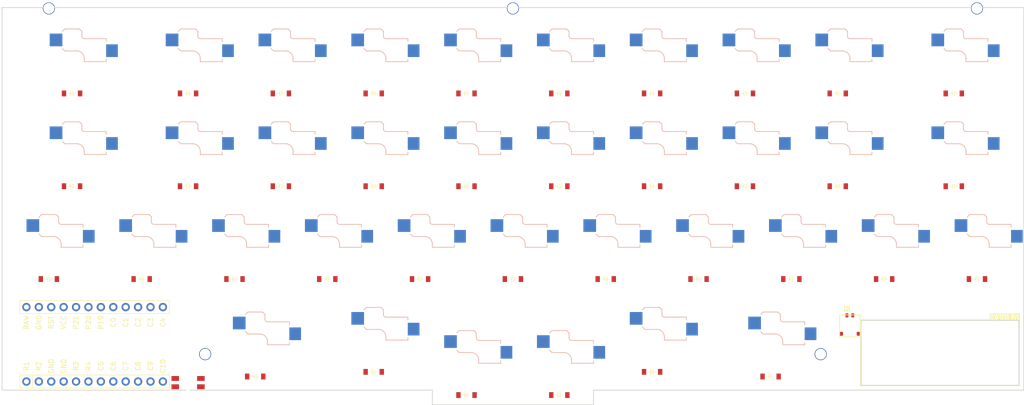
<source format=kicad_pcb>
(kicad_pcb (version 20240108) (generator "pcbnew") (generator_version "8.0")
  (title_block (title "emissary") (rev "v1.0.0") (company "Unknown"))
  (layers (0 "F.Cu" signal) (31 "B.Cu" signal) (34 "B.Paste" user) (35 "F.Paste" user) (36 "B.SilkS" user "B.Silkscreen") (37 "F.SilkS" user "F.Silkscreen") (38 "B.Mask" user) (39 "F.Mask" user) (44 "Edge.Cuts" user))
  (net 0 "")
  (net 1 "RAW")
  (net 2 "GND")
  (net 3 "RST")
  (net 4 "VCC")
  (net 5 "P21")
  (net 6 "P20")
  (net 7 "P19")
  (net 8 "C0")
  (net 9 "C1")
  (net 10 "C2")
  (net 11 "C3")
  (net 12 "C4")
  (net 13 "R1")
  (net 14 "R2")
  (net 15 "R3")
  (net 16 "R4")
  (net 17 "C5")
  (net 18 "C6")
  (net 19 "C7")
  (net 20 "C8")
  (net 21 "C9")
  (net 22 "C10")
  (net 23 "q_top")
  (net 24 "w_top")
  (net 25 "e_top")
  (net 26 "r_top")
  (net 27 "t_top")
  (net 28 "y_top")
  (net 29 "u_top")
  (net 30 "i_top")
  (net 31 "o_top")
  (net 32 "p_top")
  (net 33 "a_home")
  (net 34 "s_home")
  (net 35 "d_home")
  (net 36 "f_home")
  (net 37 "g_home")
  (net 38 "h_home")
  (net 39 "j_home")
  (net 40 "k_home")
  (net 41 "l_home")
  (net 42 "semi_home")
  (net 43 "extra_bottom")
  (net 44 "z_bottom")
  (net 45 "x_bottom")
  (net 46 "c_bottom")
  (net 47 "v_bottom")
  (net 48 "b_bottom")
  (net 49 "n_bottom")
  (net 50 "m_bottom")
  (net 51 "comma_bottom")
  (net 52 "dot_bottom")
  (net 53 "slash_bottom")
  (net 54 "flex_thumb")
  (net 55 "base_thumb")
  (net 56 "ext_thumb")
  (net 57 "ext2_thumb")
  (net 58 "base2_thumb")
  (net 59 "flex2_thumb")
  (footprint "sw_reset_side" (layer "F.Cu") (at 23.75 64.2 180)
    (property "Reference" "SW1" (hide yes))
    (property "Value" "reset_button")
    (pad "" np_thru_hole circle (at 0 -1.375) (size 0.75 0.75) (drill 0.75) (layers "*.Cu" "*.Mask"))
    (pad "" np_thru_hole circle (at 0 1.375) (size 0.75 0.75) (drill 0.75) (layers "*.Cu" "*.Mask"))
    (pad "1" smd rect (at 2.625 -0.85) (size 1.55 1) (layers "F.Cu" "F.Paste" "F.Mask") (net 2 "GND"))
    (pad "2" smd rect (at 2.625 0.85) (size 1.55 1) (layers "F.Cu" "F.Paste" "F.Mask") (net 3 "RST"))
    (pad "3" smd rect (at -2.625 -0.85) (size 1.55 1) (layers "F.Cu" "F.Paste" "F.Mask") (net 2 "GND"))
    (pad "4" smd rect (at -2.625 0.85) (size 1.55 1) (layers "F.Cu" "F.Paste" "F.Mask") (net 3 "RST"))
  )
  (footprint "ComboDiode" (layer "F.Cu") (at 118.75 62)
    (property "Reference" "D36" (hide yes))
    (property "Value" "")
    (pad "1" smd rect (at -1.65 0) (size 0.9 1.2) (layers "F.Cu" "F.Paste" "F.Mask") (net 16 "R4"))
    (pad "2" smd rect (at 1.65 0) (size 0.9 1.2) (layers "F.Cu" "F.Paste" "F.Mask") (net 58 "base2_thumb"))
  )
  (footprint "ComboDiode" (layer "F.Cu") (at 143 62.95)
    (property "Reference" "D37" (hide yes))
    (property "Value" "")
    (pad "1" smd rect (at -1.65 0) (size 0.9 1.2) (layers "F.Cu" "F.Paste" "F.Mask") (net 16 "R4"))
    (pad "2" smd rect (at 1.65 0) (size 0.9 1.2) (layers "F.Cu" "F.Paste" "F.Mask") (net 59 "flex2_thumb"))
  )
  (footprint "ComboDiode" (layer "F.Cu") (at 14.25 43)
    (property "Reference" "D22" (hide yes))
    (property "Value" "")
    (pad "1" smd rect (at -1.65 0) (size 0.9 1.2) (layers "F.Cu" "F.Paste" "F.Mask") (net 15 "R3"))
    (pad "2" smd rect (at 1.65 0) (size 0.9 1.2) (layers "F.Cu" "F.Paste" "F.Mask") (net 44 "z_bottom"))
  )
  (footprint "ComboDiode" (layer "F.Cu") (at 99.75 5)
    (property "Reference" "D6" (hide yes))
    (property "Value" "")
    (pad "1" smd rect (at -1.65 0) (size 0.9 1.2) (layers "F.Cu" "F.Paste" "F.Mask") (net 13 "R1"))
    (pad "2" smd rect (at 1.65 0) (size 0.9 1.2) (layers "F.Cu" "F.Paste" "F.Mask") (net 28 "y_top"))
  )
  (footprint "ComboDiode" (layer "F.Cu") (at 61.75 62)
    (property "Reference" "D33" (hide yes))
    (property "Value" "")
    (pad "1" smd rect (at -1.65 0) (size 0.9 1.2) (layers "F.Cu" "F.Paste" "F.Mask") (net 16 "R4"))
    (pad "2" smd rect (at 1.65 0) (size 0.9 1.2) (layers "F.Cu" "F.Paste" "F.Mask") (net 55 "base_thumb"))
  )
  (footprint "ComboDiode" (layer "F.Cu") (at 0 24)
    (property "Reference" "D11" (hide yes))
    (property "Value" "")
    (pad "1" smd rect (at -1.65 0) (size 0.9 1.2) (layers "F.Cu" "F.Paste" "F.Mask") (net 14 "R2"))
    (pad "2" smd rect (at 1.65 0) (size 0.9 1.2) (layers "F.Cu" "F.Paste" "F.Mask") (net 33 "a_home"))
  )
  (footprint "ComboDiode" (layer "F.Cu") (at 42.75 5)
    (property "Reference" "D3" (hide yes))
    (property "Value" "")
    (pad "1" smd rect (at -1.65 0) (size 0.9 1.2) (layers "F.Cu" "F.Paste" "F.Mask") (net 13 "R1"))
    (pad "2" smd rect (at 1.65 0) (size 0.9 1.2) (layers "F.Cu" "F.Paste" "F.Mask") (net 25 "e_top"))
  )
  (footprint "ComboDiode" (layer "F.Cu") (at 128.25 43)
    (property "Reference" "D28" (hide yes))
    (property "Value" "")
    (pad "1" smd rect (at -1.65 0) (size 0.9 1.2) (layers "F.Cu" "F.Paste" "F.Mask") (net 15 "R3"))
    (pad "2" smd rect (at 1.65 0) (size 0.9 1.2) (layers "F.Cu" "F.Paste" "F.Mask") (net 50 "m_bottom"))
  )
  (footprint "ComboDiode" (layer "F.Cu") (at 37.5 62.95)
    (property "Reference" "D32" (hide yes))
    (property "Value" "")
    (pad "1" smd rect (at -1.65 0) (size 0.9 1.2) (layers "F.Cu" "F.Paste" "F.Mask") (net 16 "R4"))
    (pad "2" smd rect (at 1.65 0) (size 0.9 1.2) (layers "F.Cu" "F.Paste" "F.Mask") (net 54 "flex_thumb"))
  )
  (footprint "ComboDiode" (layer "F.Cu") (at 180.5 5)
    (property "Reference" "D10" (hide yes))
    (property "Value" "")
    (pad "1" smd rect (at -1.65 0) (size 0.9 1.2) (layers "F.Cu" "F.Paste" "F.Mask") (net 13 "R1"))
    (pad "2" smd rect (at 1.65 0) (size 0.9 1.2) (layers "F.Cu" "F.Paste" "F.Mask") (net 32 "p_top"))
  )
  (footprint "ceoloide:mcu_nice_nano" (layer "F.Cu") (at 3.36 56.36 90)
    (property "Reference" "MCU1" (hide yes))
    (property "Value" "")
    (fp_text user "RAW" (at 4.47 -12.7 90) (layer "F.SilkS"))
    (fp_text user "P19" (at 4.47 2.54 90) (layer "F.SilkS"))
    (fp_text user "C9" (at -4.47 12.7 90) (layer "F.SilkS"))
    (fp_text user "RST" (at 4.47 -7.62 90) (layer "F.SilkS"))
    (fp_text user "C8" (at -4.47 10.16 90) (layer "F.SilkS"))
    (fp_text user "C4" (at 4.47 15.24 90) (layer "F.SilkS"))
    (fp_text user "C10" (at -4.47 15.24 90) (layer "F.SilkS"))
    (fp_text user "C5" (at -4.47 2.54 90) (layer "F.SilkS"))
    (fp_text user "R4" (at -4.47 0 90) (layer "F.SilkS"))
    (fp_text user "GND" (at -4.47 -7.62 90) (layer "F.SilkS"))
    (fp_text user "VCC" (at 4.47 -5.08 90) (layer "F.SilkS"))
    (fp_text user "R1" (at -4.47 -12.7 90) (layer "F.SilkS"))
    (fp_text user "C1" (at 4.47 7.62 90) (layer "F.SilkS"))
    (fp_text user "GND" (at -4.47 -5.08 90) (layer "F.SilkS"))
    (fp_text user "R3" (at -4.47 -2.54 90) (layer "F.SilkS"))
    (fp_text user "C6" (at -4.47 5.08 90) (layer "F.SilkS"))
    (fp_text user "C3" (at 4.47 12.7 90) (layer "F.SilkS"))
    (fp_text user "C2" (at 4.47 10.16 90) (layer "F.SilkS"))
    (fp_text user "GND" (at 4.47 -10.16 90) (layer "F.SilkS"))
    (fp_text user "C7" (at -4.47 7.62 90) (layer "F.SilkS"))
    (fp_text user "P20" (at 4.47 0 90) (layer "F.SilkS"))
    (fp_text user "C0" (at 4.47 5.08 90) (layer "F.SilkS"))
    (fp_text user "P21" (at 4.47 -2.54 90) (layer "F.SilkS"))
    (fp_text user "R2" (at -4.47 -10.16 90) (layer "F.SilkS"))
    (pad "1" thru_hole circle (at 7.62 -12.7 90) (size 1.7 1.7) (drill 1) (layers "*.Cu" "*.Mask") (net 1 "RAW"))
    (pad "2" thru_hole circle (at 7.62 -10.16 90) (size 1.7 1.7) (drill 1) (layers "*.Cu" "*.Mask") (net 2 "GND"))
    (pad "3" thru_hole circle (at 7.62 -7.62 90) (size 1.7 1.7) (drill 1) (layers "*.Cu" "*.Mask") (net 3 "RST"))
    (pad "4" thru_hole circle (at 7.62 -5.08 90) (size 1.7 1.7) (drill 1) (layers "*.Cu" "*.Mask") (net 4 "VCC"))
    (pad "5" thru_hole circle (at 7.62 -2.54 90) (size 1.7 1.7) (drill 1) (layers "*.Cu" "*.Mask") (net 5 "P21"))
    (pad "6" thru_hole circle (at 7.62 0 90) (size 1.7 1.7) (drill 1) (layers "*.Cu" "*.Mask") (net 6 "P20"))
    (pad "7" thru_hole circle (at 7.62 2.54 90) (size 1.7 1.7) (drill 1) (layers "*.Cu" "*.Mask") (net 7 "P19"))
    (pad "8" thru_hole circle (at 7.62 5.08 90) (size 1.7 1.7) (drill 1) (layers "*.Cu" "*.Mask") (net 8 "C0"))
    (pad "9" thru_hole circle (at 7.62 7.62 90) (size 1.7 1.7) (drill 1) (layers "*.Cu" "*.Mask") (net 9 "C1"))
    (pad "10" thru_hole circle (at 7.62 10.16 90) (size 1.7 1.7) (drill 1) (layers "*.Cu" "*.Mask") (net 10 "C2"))
    (pad "11" thru_hole circle (at 7.62 12.7 90) (size 1.7 1.7) (drill 1) (layers "*.Cu" "*.Mask") (net 11 "C3"))
    (pad "12" thru_hole circle (at 7.62 15.24 90) (size 1.7 1.7) (drill 1) (layers "*.Cu" "*.Mask") (net 12 "C4"))
    (pad "13" thru_hole circle (at -7.62 15.24 90) (size 1.7 1.7) (drill 1) (layers "*.Cu" "*.Mask") (net 22 "C10"))
    (pad "14" thru_hole circle (at -7.62 12.7 90) (size 1.7 1.7) (drill 1) (layers "*.Cu" "*.Mask") (net 21 "C9"))
    (pad "15" thru_hole circle (at -7.62 10.16 90) (size 1.7 1.7) (drill 1) (layers "*.Cu" "*.Mask") (net 20 "C8"))
    (pad "16" thru_hole circle (at -7.62 7.62 90) (size 1.7 1.7) (drill 1) (layers "*.Cu" "*.Mask") (net 19 "C7"))
    (pad "17" thru_hole circle (at -7.62 5.08 90) (size 1.7 1.7) (drill 1) (layers "*.Cu" "*.Mask") (net 18 "C6"))
    (pad "18" thru_hole circle (at -7.62 2.54 90) (size 1.7 1.7) (drill 1) (layers "*.Cu" "*.Mask") (net 17 "C5"))
    (pad "19" thru_hole circle (at -7.62 0 90) (size 1.7 1.7) (drill 1) (layers "*.Cu" "*.Mask") (net 16 "R4"))
    (pad "20" thru_hole circle (at -7.62 -2.54 90) (size 1.7 1.7) (drill 1) (layers "*.Cu" "*.Mask") (net 15 "R3"))
    (pad "21" thru_hole circle (at -7.62 -5.08 90) (size 1.7 1.7) (drill 1) (layers "*.Cu" "*.Mask") (net 2 "GND"))
    (pad "22" thru_hole circle (at -7.62 -7.62 90) (size 1.7 1.7) (drill 1) (layers "*.Cu" "*.Mask") (net 2 "GND"))
    (pad "23" thru_hole circle (at -7.62 -10.16 90) (size 1.7 1.7) (drill 1) (layers "*.Cu" "*.Mask") (net 14 "R2"))
    (pad "24" thru_hole circle (at -7.62 -12.7 90) (size 1.7 1.7) (drill 1) (layers "*.Cu" "*.Mask") (net 13 "R1"))
  )
  (footprint "ComboDiode" (layer "F.Cu") (at 185.25 43)
    (property "Reference" "D31" (hide yes))
    (property "Value" "")
    (pad "1" smd rect (at -1.65 0) (size 0.9 1.2) (layers "F.Cu" "F.Paste" "F.Mask") (net 15 "R3"))
    (pad "2" smd rect (at 1.65 0) (size 0.9 1.2) (layers "F.Cu" "F.Paste" "F.Mask") (net 53 "slash_bottom"))
  )
  (footprint "ComboDiode" (layer "F.Cu") (at 80.75 5)
    (property "Reference" "D5" (hide yes))
    (property "Value" "")
    (pad "1" smd rect (at -1.65 0) (size 0.9 1.2) (layers "F.Cu" "F.Paste" "F.Mask") (net 13 "R1"))
    (pad "2" smd rect (at 1.65 0) (size 0.9 1.2) (layers "F.Cu" "F.Paste" "F.Mask") (net 27 "t_top"))
  )
  (footprint "mounting_hole" (layer "F.Cu") (at 185.25 -12.4)
    (property "Reference" "H3" (hide yes))
    (property "Value" "")
    (pad "" thru_hole circle (at 0 0 180) (size 2.46 2.46) (drill 2.2) (layers "*.Cu" "*.Mask"))
  )
  (footprint "ComboDiode" (layer "F.Cu") (at 0 5)
    (property "Reference" "D1" (hide yes))
    (property "Value" "")
    (pad "1" smd rect (at -1.65 0) (size 0.9 1.2) (layers "F.Cu" "F.Paste" "F.Mask") (net 13 "R1"))
    (pad "2" smd rect (at 1.65 0) (size 0.9 1.2) (layers "F.Cu" "F.Paste" "F.Mask") (net 23 "q_top"))
  )
  (footprint "mounting_hole" (layer "F.Cu") (at 153.25 58.375)
    (property "Reference" "H5" (hide yes))
    (property "Value" "")
    (pad "" thru_hole circle (at 0 0 180) (size 2.46 2.46) (drill 2.2) (layers "*.Cu" "*.Mask"))
  )
  (footprint "ComboDiode" (layer "F.Cu") (at -4.75 43)
    (property "Reference" "D21" (hide yes))
    (property "Value" "")
    (pad "1" smd rect (at -1.65 0) (size 0.9 1.2) (layers "F.Cu" "F.Paste" "F.Mask") (net 15 "R3"))
    (pad "2" smd rect (at 1.65 0) (size 0.9 1.2) (layers "F.Cu" "F.Paste" "F.Mask") (net 43 "extra_bottom"))
  )
  (footprint "mounting_hole" (layer "F.Cu") (at 90.25 -12.4)
    (property "Reference" "H2" (hide yes))
    (property "Value" "")
    (pad "" thru_hole circle (at 0 0 180) (size 2.46 2.46) (drill 2.2) (layers "*.Cu" "*.Mask"))
  )
  (footprint "ComboDiode" (layer "F.Cu") (at 23.75 24)
    (property "Reference" "D12" (hide yes))
    (property "Value" "")
    (pad "1" smd rect (at -1.65 0) (size 0.9 1.2) (layers "F.Cu" "F.Paste" "F.Mask") (net 14 "R2"))
    (pad "2" smd rect (at 1.65 0) (size 0.9 1.2) (layers "F.Cu" "F.Paste" "F.Mask") (net 34 "s_home"))
  )
  (footprint "ComboDiode" (layer "F.Cu") (at 166.25 43)
    (property "Reference" "D30" (hide yes))
    (property "Value" "")
    (pad "1" smd rect (at -1.65 0) (size 0.9 1.2) (layers "F.Cu" "F.Paste" "F.Mask") (net 15 "R3"))
    (pad "2" smd rect (at 1.65 0) (size 0.9 1.2) (layers "F.Cu" "F.Paste" "F.Mask") (net 52 "dot_bottom"))
  )
  (footprint "ComboDiode" (layer "F.Cu") (at 137.75 24)
    (property "Reference" "D18" (hide yes))
    (property "Value" "")
    (pad "1" smd rect (at -1.65 0) (size 0.9 1.2) (layers "F.Cu" "F.Paste" "F.Mask") (net 14 "R2"))
    (pad "2" smd rect (at 1.65 0) (size 0.9 1.2) (layers "F.Cu" "F.Paste" "F.Mask") (net 40 "k_home"))
  )
  (footprint "ComboDiode" (layer "F.Cu") (at 180.5 24)
    (property "Reference" "D20" (hide yes))
    (property "Value" "")
    (pad "1" smd rect (at -1.65 0) (size 0.9 1.2) (layers "F.Cu" "F.Paste" "F.Mask") (net 14 "R2"))
    (pad "2" smd rect (at 1.65 0) (size 0.9 1.2) (layers "F.Cu" "F.Paste" "F.Mask") (net 42 "semi_home"))
  )
  (footprint "ComboDiode" (layer "F.Cu") (at 90.25 43)
    (property "Reference" "D26" (hide yes))
    (property "Value" "")
    (pad "1" smd rect (at -1.65 0) (size 0.9 1.2) (layers "F.Cu" "F.Paste" "F.Mask") (net 15 "R3"))
    (pad "2" smd rect (at 1.65 0) (size 0.9 1.2) (layers "F.Cu" "F.Paste" "F.Mask") (net 48 "b_bottom"))
  )
  (footprint "ComboDiode" (layer "F.Cu") (at 80.75 24)
    (property "Reference" "D15" (hide yes))
    (property "Value" "")
    (pad "1" smd rect (at -1.65 0) (size 0.9 1.2) (layers "F.Cu" "F.Paste" "F.Mask") (net 14 "R2"))
    (pad "2" smd rect (at 1.65 0) (size 0.9 1.2) (layers "F.Cu" "F.Paste" "F.Mask") (net 37 "g_home"))
  )
  (footprint "ComboDiode" (layer "F.Cu") (at 80.75 66.75)
    (property "Reference" "D34" (hide yes))
    (property "Value" "")
    (pad "1" smd rect (at -1.65 0) (size 0.9 1.2) (layers "F.Cu" "F.Paste" "F.Mask") (net 16 "R4"))
    (pad "2" smd rect (at 1.65 0) (size 0.9 1.2) (layers "F.Cu" "F.Paste" "F.Mask") (net 56 "ext_thumb"))
  )
  (footprint "ComboDiode" (layer "F.Cu") (at 118.75 5)
    (property "Reference" "D7" (hide yes))
    (property "Value" "")
    (pad "1" smd rect (at -1.65 0) (size 0.9 1.2) (layers "F.Cu" "F.Paste" "F.Mask") (net 13 "R1"))
    (pad "2" smd rect (at 1.65 0) (size 0.9 1.2) (layers "F.Cu" "F.Paste" "F.Mask") (net 29 "u_top"))
  )
  (footprint "ComboDiode" (layer "F.Cu") (at 61.75 5)
    (property "Reference" "D4" (hide yes))
    (property "Value" "")
    (pad "1" smd rect (at -1.65 0) (size 0.9 1.2) (layers "F.Cu" "F.Paste" "F.Mask") (net 13 "R1"))
    (pad "2" smd rect (at 1.65 0) (size 0.9 1.2) (layers "F.Cu" "F.Paste" "F.Mask") (net 26 "r_top"))
  )
  (footprint "ComboDiode" (layer "F.Cu") (at 33.25 43)
    (property "Reference" "D23" (hide yes))
    (property "Value" "")
    (pad "1" smd rect (at -1.65 0) (size 0.9 1.2) (layers "F.Cu" "F.Paste" "F.Mask") (net 15 "R3"))
    (pad "2" smd rect (at 1.65 0) (size 0.9 1.2) (layers "F.Cu" "F.Paste" "F.Mask") (net 45 "x_bottom"))
  )
  (footprint "conn_molex_pico_front" (layer "F.Cu") (at 159.225 52.31)
    (property "Reference" "CONN1" (hide yes))
    (property "Value" "")
    (fp_text user "+" (at -1.32 -2.75 0) (layer "F.SilkS" knockout) (effects (justify left bottom)))
    (pad "1" smd roundrect (at -0.6 -1.875) (size 0.6 0.85) (layers "F.Cu" "F.Paste" "F.Mask") (net 1 "RAW"))
    (pad "2" smd roundrect (at 0.6 -1.875) (size 0.6 0.85) (layers "F.Cu" "F.Paste" "F.Mask") (net 2 "GND"))
    (pad "MP" smd roundrect (at -1.75 1.9) (size 0.7 0.8) (layers "F.Cu" "F.Paste" "F.Mask"))
    (pad "MP" smd roundrect (at 1.75 1.9) (size 0.7 0.8) (layers "F.Cu" "F.Paste" "F.Mask"))
  )
  (footprint "ComboDiode" (layer "F.Cu") (at 23.75 5)
    (property "Reference" "D2" (hide yes))
    (property "Value" "")
    (pad "1" smd rect (at -1.65 0) (size 0.9 1.2) (layers "F.Cu" "F.Paste" "F.Mask") (net 13 "R1"))
    (pad "2" smd rect (at 1.65 0) (size 0.9 1.2) (layers "F.Cu" "F.Paste" "F.Mask") (net 24 "w_top"))
  )
  (footprint "ComboDiode" (layer "F.Cu") (at 118.75 24)
    (property "Reference" "D17" (hide yes))
    (property "Value" "")
    (pad "1" smd rect (at -1.65 0) (size 0.9 1.2) (layers "F.Cu" "F.Paste" "F.Mask") (net 14 "R2"))
    (pad "2" smd rect (at 1.65 0) (size 0.9 1.2) (layers "F.Cu" "F.Paste" "F.Mask") (net 39 "j_home"))
  )
  (footprint "ComboDiode" (layer "F.Cu") (at 42.75 24)
    (property "Reference" "D13" (hide yes))
    (property "Value" "")
    (pad "1" smd rect (at -1.65 0) (size 0.9 1.2) (layers "F.Cu" "F.Paste" "F.Mask") (net 14 "R2"))
    (pad "2" smd rect (at 1.65 0) (size 0.9 1.2) (layers "F.Cu" "F.Paste" "F.Mask") (net 35 "d_home"))
  )
  (footprint "ComboDiode" (layer "F.Cu") (at 137.75 5)
    (property "Reference" "D8" (hide yes))
    (property "Value" "")
    (pad "1" smd rect (at -1.65 0) (size 0.9 1.2) (layers "F.Cu" "F.Paste" "F.Mask") (net 13 "R1"))
    (pad "2" smd rect (at 1.65 0) (size 0.9 1.2) (layers "F.Cu" "F.Paste" "F.Mask") (net 30 "i_top"))
  )
  (footprint "mounting_hole" (layer "F.Cu") (at 27.25 58.375)
    (property "Reference" "H4" (hide yes))
    (property "Value" "")
    (pad "" thru_hole circle (at 0 0 180) (size 2.46 2.46) (drill 2.2) (layers "*.Cu" "*.Mask"))
  )
  (footprint "ComboDiode" (layer "F.Cu") (at 61.75 24)
    (property "Reference" "D14" (hide yes))
    (property "Value" "")
    (pad "1" smd rect (at -1.65 0) (size 0.9 1.2) (layers "F.Cu" "F.Paste" "F.Mask") (net 14 "R2"))
    (pad "2" smd rect (at 1.65 0) (size 0.9 1.2) (layers "F.Cu" "F.Paste" "F.Mask") (net 36 "f_home"))
  )
  (footprint "ComboDiode" (layer "F.Cu") (at 99.75 66.75)
    (property "Reference" "D35" (hide yes))
    (property "Value" "")
    (pad "1" smd rect (at -1.65 0) (size 0.9 1.2) (layers "F.Cu" "F.Paste" "F.Mask") (net 16 "R4"))
    (pad "2" smd rect (at 1.65 0) (size 0.9 1.2) (layers "F.Cu" "F.Paste" "F.Mask") (net 57 "ext2_thumb"))
  )
  (footprint "ComboDiode" (layer "F.Cu") (at 156.75 5)
    (property "Reference" "D9" (hide yes))
    (property "Value" "")
    (pad "1" smd rect (at -1.65 0) (size 0.9 1.2) (layers "F.Cu" "F.Paste" "F.Mask") (net 13 "R1"))
    (pad "2" smd rect (at 1.65 0) (size 0.9 1.2) (layers "F.Cu" "F.Paste" "F.Mask") (net 31 "o_top"))
  )
  (footprint "ComboDiode" (layer "F.Cu") (at 52.25 43)
    (property "Reference" "D24" (hide yes))
    (property "Value" "")
    (pad "1" smd rect (at -1.65 0) (size 0.9 1.2) (layers "F.Cu" "F.Paste" "F.Mask") (net 15 "R3"))
    (pad "2" smd rect (at 1.65 0) (size 0.9 1.2) (layers "F.Cu" "F.Paste" "F.Mask") (net 46 "c_bottom"))
  )
  (footprint "ComboDiode" (layer "F.Cu") (at 147.25 43)
    (property "Reference" "D29" (hide yes))
    (property "Value" "")
    (pad "1" smd rect (at -1.65 0) (size 0.9 1.2) (layers "F.Cu" "F.Paste" "F.Mask") (net 15 "R3"))
    (pad "2" smd rect (at 1.65 0) (size 0.9 1.2) (layers "F.Cu" "F.Paste" "F.Mask") (net 51 "comma_bottom"))
  )
  (footprint "ComboDiode" (layer "F.Cu") (at 71.25 43)
    (property "Reference" "D25" (hide yes))
    (property "Value" "")
    (pad "1" smd rect (at -1.65 0) (size 0.9 1.2) (layers "F.Cu" "F.Paste" "F.Mask") (net 15 "R3"))
    (pad "2" smd rect (at 1.65 0) (size 0.9 1.2) (layers "F.Cu" "F.Paste" "F.Mask") (net 47 "v_bottom"))
  )
  (footprint "ComboDiode" (layer "F.Cu") (at 99.75 24)
    (property "Reference" "D16" (hide yes))
    (property "Value" "")
    (pad "1" smd rect (at -1.65 0) (size 0.9 1.2) (layers "F.Cu" "F.Paste" "F.Mask") (net 14 "R2"))
    (pad "2" smd rect (at 1.65 0) (size 0.9 1.2) (layers "F.Cu" "F.Paste" "F.Mask") (net 38 "h_home"))
  )
  (footprint "mounting_hole" (layer "F.Cu") (at -4.75 -12.4)
    (property "Reference" "H1" (hide yes))
    (property "Value" "")
    (pad "" thru_hole circle (at 0 0 180) (size 2.46 2.46) (drill 2.2) (layers "*.Cu" "*.Mask"))
  )
  (footprint "ComboDiode" (layer "F.Cu") (at 156.75 24)
    (property "Reference" "D19" (hide yes))
    (property "Value" "")
    (pad "1" smd rect (at -1.65 0) (size 0.9 1.2) (layers "F.Cu" "F.Paste" "F.Mask") (net 14 "R2"))
    (pad "2" smd rect (at 1.65 0) (size 0.9 1.2) (layers "F.Cu" "F.Paste" "F.Mask") (net 41 "l_home"))
  )
  (footprint "ComboDiode" (layer "F.Cu") (at 109.25 43)
    (property "Reference" "D27" (hide yes))
    (property "Value" "")
    (pad "1" smd rect (at -1.65 0) (size 0.9 1.2) (layers "F.Cu" "F.Paste" "F.Mask") (net 15 "R3"))
    (pad "2" smd rect (at 1.65 0) (size 0.9 1.2) (layers "F.Cu" "F.Paste" "F.Mask") (net 49 "n_bottom"))
  )
  (footprint "ceoloide:switch_choc_v1_v2" (layer "B.Cu") (at 143 57.95)
    (property "Reference" "S37" (hide yes))
    (property "Value" "")
    (pad "" np_thru_hole circle (at -5.5 0) (size 1.9 1.9) (drill 1.9) (layers "*.Cu"))
    (pad "" np_thru_hole circle (at 0 -5.95) (size 3 3) (drill 3) (layers "*.Cu" "*.Mask"))
    (pad "" np_thru_hole circle (at 0 0) (size 5 5) (drill 5) (layers "*.Cu"))
    (pad "" np_thru_hole circle (at 5 -3.75 195) (size 3 3) (drill 3) (layers "*.Cu" "*.Mask"))
    (pad "" np_thru_hole circle (at 5.5 0) (size 1.9 1.9) (drill 1.9) (layers "*.Cu"))
    (pad "1" smd rect (at -3.275 -5.95) (size 2.6 2.6) (layers "B.Cu" "B.Paste" "B.Mask") (net 20 "C8"))
    (pad "2" smd rect (at 8.175 -3.75) (size 2.4 2.6) (layers "B.Cu" "B.Paste" "B.Mask") (net 59 "flex2_thumb"))
  )
  (footprint "ceoloide:switch_choc_v1_v2" (layer "B.Cu") (at 185.25 38)
    (property "Reference" "S31" (hide yes))
    (property "Value" "")
    (pad "" np_thru_hole circle (at -5.5 0) (size 1.9 1.9) (drill 1.9) (layers "*.Cu"))
    (pad "" np_thru_hole circle (at 0 -5.95) (size 3 3) (drill 3) (layers "*.Cu" "*.Mask"))
    (pad "" np_thru_hole circle (at 0 0) (size 5 5) (drill 5) (layers "*.Cu"))
    (pad "" np_thru_hole circle (at 5 -3.75 195) (size 3 3) (drill 3) (layers "*.Cu" "*.Mask"))
    (pad "" np_thru_hole circle (at 5.5 0) (size 1.9 1.9) (drill 1.9) (layers "*.Cu"))
    (pad "1" smd rect (at -3.275 -5.95) (size 2.6 2.6) (layers "B.Cu" "B.Paste" "B.Mask") (net 22 "C10"))
    (pad "2" smd rect (at 8.175 -3.75) (size 2.4 2.6) (layers "B.Cu" "B.Paste" "B.Mask") (net 53 "slash_bottom"))
  )
  (footprint "ceoloide:switch_choc_v1_v2" (layer "B.Cu") (at 0 0)
    (property "Reference" "S1" (hide yes))
    (property "Value" "")
    (pad "" np_thru_hole circle (at -5.5 0) (size 1.9 1.9) (drill 1.9) (layers "*.Cu"))
    (pad "" np_thru_hole circle (at 0 -5.95) (size 3 3) (drill 3) (layers "*.Cu" "*.Mask"))
    (pad "" np_thru_hole circle (at 0 0) (size 5 5) (drill 5) (layers "*.Cu"))
    (pad "" np_thru_hole circle (at 5 -3.75 195) (size 3 3) (drill 3) (layers "*.Cu" "*.Mask"))
    (pad "" np_thru_hole circle (at 5.5 0) (size 1.9 1.9) (drill 1.9) (layers "*.Cu"))
    (pad "1" smd rect (at -3.275 -5.95) (size 2.6 2.6) (layers "B.Cu" "B.Paste" "B.Mask") (net 9 "C1"))
    (pad "2" smd rect (at 8.175 -3.75) (size 2.4 2.6) (layers "B.Cu" "B.Paste" "B.Mask") (net 23 "q_top"))
  )
  (footprint "ceoloide:switch_choc_v1_v2" (layer "B.Cu") (at 71.25 38)
    (property "Reference" "S25" (hide yes))
    (property "Value" "")
    (pad "" np_thru_hole circle (at -5.5 0) (size 1.9 1.9) (drill 1.9) (layers "*.Cu"))
    (pad "" np_thru_hole circle (at 0 -5.95) (size 3 3) (drill 3) (layers "*.Cu" "*.Mask"))
    (pad "" np_thru_hole circle (at 0 0) (size 5 5) (drill 5) (layers "*.Cu"))
    (pad "" np_thru_hole circle (at 5 -3.75 195) (size 3 3) (drill 3) (layers "*.Cu" "*.Mask"))
    (pad "" np_thru_hole circle (at 5.5 0) (size 1.9 1.9) (drill 1.9) (layers "*.Cu"))
    (pad "1" smd rect (at -3.275 -5.95) (size 2.6 2.6) (layers "B.Cu" "B.Paste" "B.Mask") (net 12 "C4"))
    (pad "2" smd rect (at 8.175 -3.75) (size 2.4 2.6) (layers "B.Cu" "B.Paste" "B.Mask") (net 47 "v_bottom"))
  )
  (footprint "ceoloide:switch_choc_v1_v2" (layer "B.Cu") (at 80.75 61.75)
    (property "Reference" "S34" (hide yes))
    (property "Value" "")
    (pad "" np_thru_hole circle (at -5.5 0) (size 1.9 1.9) (drill 1.9) (layers "*.Cu"))
    (pad "" np_thru_hole circle (at 0 -5.95) (size 3 3) (drill 3) (layers "*.Cu" "*.Mask"))
    (pad "" np_thru_hole circle (at 0 0) (size 5 5) (drill 5) (layers "*.Cu"))
    (pad "" np_thru_hole circle (at 5 -3.75 195) (size 3 3) (drill 3) (layers "*.Cu" "*.Mask"))
    (pad "" np_thru_hole circle (at 5.5 0) (size 1.9 1.9) (drill 1.9) (layers "*.Cu"))
    (pad "1" smd rect (at -3.275 -5.95) (size 2.6 2.6) (layers "B.Cu" "B.Paste" "B.Mask") (net 17 "C5"))
    (pad "2" smd rect (at 8.175 -3.75) (size 2.4 2.6) (layers "B.Cu" "B.Paste" "B.Mask") (net 56 "ext_thumb"))
  )
  (footprint "ceoloide:switch_choc_v1_v2" (layer "B.Cu") (at 118.75 19)
    (property "Reference" "S17" (hide yes))
    (property "Value" "")
    (pad "" np_thru_hole circle (at -5.5 0) (size 1.9 1.9) (drill 1.9) (layers "*.Cu"))
    (pad "" np_thru_hole circle (at 0 -5.95) (size 3 3) (drill 3) (layers "*.Cu" "*.Mask"))
    (pad "" np_thru_hole circle (at 0 0) (size 5 5) (drill 5) (layers "*.Cu"))
    (pad "" np_thru_hole circle (at 5 -3.75 195) (size 3 3) (drill 3) (layers "*.Cu" "*.Mask"))
    (pad "" np_thru_hole circle (at 5.5 0) (size 1.9 1.9) (drill 1.9) (layers "*.Cu"))
    (pad "1" smd rect (at -3.275 -5.95) (size 2.6 2.6) (layers "B.Cu" "B.Paste" "B.Mask") (net 19 "C7"))
    (pad "2" smd rect (at 8.175 -3.75) (size 2.4 2.6) (layers "B.Cu" "B.Paste" "B.Mask") (net 39 "j_home"))
  )
  (footprint "ceoloide:switch_choc_v1_v2" (layer "B.Cu") (at 61.75 19)
    (property "Reference" "S14" (hide yes))
    (property "Value" "")
    (pad "" np_thru_hole circle (at -5.5 0) (size 1.9 1.9) (drill 1.9) (layers "*.Cu"))
    (pad "" np_thru_hole circle (at 0 -5.95) (size 3 3) (drill 3) (layers "*.Cu" "*.Mask"))
    (pad "" np_thru_hole circle (at 0 0) (size 5 5) (drill 5) (layers "*.Cu"))
    (pad "" np_thru_hole circle (at 5 -3.75 195) (size 3 3) (drill 3) (layers "*.Cu" "*.Mask"))
    (pad "" np_thru_hole circle (at 5.5 0) (size 1.9 1.9) (drill 1.9) (layers "*.Cu"))
    (pad "1" smd rect (at -3.275 -5.95) (size 2.6 2.6) (layers "B.Cu" "B.Paste" "B.Mask") (net 12 "C4"))
    (pad "2" smd rect (at 8.175 -3.75) (size 2.4 2.6) (layers "B.Cu" "B.Paste" "B.Mask") (net 36 "f_home"))
  )
  (footprint "ceoloide:switch_choc_v1_v2" (layer "B.Cu") (at 137.75 0)
    (property "Reference" "S8" (hide yes))
    (property "Value" "")
    (pad "" np_thru_hole circle (at -5.5 0) (size 1.9 1.9) (drill 1.9) (layers "*.Cu"))
    (pad "" np_thru_hole circle (at 0 -5.95) (size 3 3) (drill 3) (layers "*.Cu" "*.Mask"))
    (pad "" np_thru_hole circle (at 0 0) (size 5 5) (drill 5) (layers "*.Cu"))
    (pad "" np_thru_hole circle (at 5 -3.75 195) (size 3 3) (drill 3) (layers "*.Cu" "*.Mask"))
    (pad "" np_thru_hole circle (at 5.5 0) (size 1.9 1.9) (drill 1.9) (layers "*.Cu"))
    (pad "1" smd rect (at -3.275 -5.95) (size 2.6 2.6) (layers "B.Cu" "B.Paste" "B.Mask") (net 20 "C8"))
    (pad "2" smd rect (at 8.175 -3.75) (size 2.4 2.6) (layers "B.Cu" "B.Paste" "B.Mask") (net 30 "i_top"))
  )
  (footprint "ceoloide:switch_choc_v1_v2" (layer "B.Cu") (at 61.75 0)
    (property "Reference" "S4" (hide yes))
    (property "Value" "")
    (pad "" np_thru_hole circle (at -5.5 0) (size 1.9 1.9) (drill 1.9) (layers "*.Cu"))
    (pad "" np_thru_hole circle (at 0 -5.95) (size 3 3) (drill 3) (layers "*.Cu" "*.Mask"))
    (pad "" np_thru_hole circle (at 0 0) (size 5 5) (drill 5) (layers "*.Cu"))
    (pad "" np_thru_hole circle (at 5 -3.75 195) (size 3 3) (drill 3) (layers "*.Cu" "*.Mask"))
    (pad "" np_thru_hole circle (at 5.5 0) (size 1.9 1.9) (drill 1.9) (layers "*.Cu"))
    (pad "1" smd rect (at -3.275 -5.95) (size 2.6 2.6) (layers "B.Cu" "B.Paste" "B.Mask") (net 12 "C4"))
    (pad "2" smd rect (at 8.175 -3.75) (size 2.4 2.6) (layers "B.Cu" "B.Paste" "B.Mask") (net 26 "r_top"))
  )
  (footprint "ceoloide:switch_choc_v1_v2" (layer "B.Cu") (at 42.75 0)
    (property "Reference" "S3" (hide yes))
    (property "Value" "")
    (pad "" np_thru_hole circle (at -5.5 0) (size 1.9 1.9) (drill 1.9) (layers "*.Cu"))
    (pad "" np_thru_hole circle (at 0 -5.95) (size 3 3) (drill 3) (layers "*.Cu" "*.Mask"))
    (pad "" np_thru_hole circle (at 0 0) (size 5 5) (drill 5) (layers "*.Cu"))
    (pad "" np_thru_hole circle (at 5 -3.75 195) (size 3 3) (drill 3) (layers "*.Cu" "*.Mask"))
    (pad "" np_thru_hole circle (at 5.5 0) (size 1.9 1.9) (drill 1.9) (layers "*.Cu"))
    (pad "1" smd rect (at -3.275 -5.95) (size 2.6 2.6) (layers "B.Cu" "B.Paste" "B.Mask") (net 11 "C3"))
    (pad "2" smd rect (at 8.175 -3.75) (size 2.4 2.6) (layers "B.Cu" "B.Paste" "B.Mask") (net 25 "e_top"))
  )
  (footprint "ceoloide:switch_choc_v1_v2" (layer "B.Cu") (at 42.75 19)
    (property "Reference" "S13" (hide yes))
    (property "Value" "")
    (pad "" np_thru_hole circle (at -5.5 0) (size 1.9 1.9) (drill 1.9) (layers "*.Cu"))
    (pad "" np_thru_hole circle (at 0 -5.95) (size 3 3) (drill 3) (layers "*.Cu" "*.Mask"))
    (pad "" np_thru_hole circle (at 0 0) (size 5 5) (drill 5) (layers "*.Cu"))
    (pad "" np_thru_hole circle (at 5 -3.75 195) (size 3 3) (drill 3) (layers "*.Cu" "*.Mask"))
    (pad "" np_thru_hole circle (at 5.5 0) (size 1.9 1.9) (drill 1.9) (layers "*.Cu"))
    (pad "1" smd rect (at -3.275 -5.95) (size 2.6 2.6) (layers "B.Cu" "B.Paste" "B.Mask") (net 11 "C3"))
    (pad "2" smd rect (at 8.175 -3.75) (size 2.4 2.6) (layers "B.Cu" "B.Paste" "B.Mask") (net 35 "d_home"))
  )
  (footprint "ceoloide:switch_choc_v1_v2" (layer "B.Cu") (at 99.75 0)
    (property "Reference" "S6" (hide yes))
    (property "Value" "")
    (pad "" np_thru_hole circle (at -5.5 0) (size 1.9 1.9) (drill 1.9) (layers "*.Cu"))
    (pad "" np_thru_hole circle (at 0 -5.95) (size 3 3) (drill 3) (layers "*.Cu" "*.Mask"))
    (pad "" np_thru_hole circle (at 0 0) (size 5 5) (drill 5) (layers "*.Cu"))
    (pad "" np_thru_hole circle (at 5 -3.75 195) (size 3 3) (drill 3) (layers "*.Cu" "*.Mask"))
    (pad "" np_thru_hole circle (at 5.5 0) (size 1.9 1.9) (drill 1.9) (layers "*.Cu"))
    (pad "1" smd rect (at -3.275 -5.95) (size 2.6 2.6) (layers "B.Cu" "B.Paste" "B.Mask") (net 18 "C6"))
    (pad "2" smd rect (at 8.175 -3.75) (size 2.4 2.6) (layers "B.Cu" "B.Paste" "B.Mask") (net 28 "y_top"))
  )
  (footprint "ceoloide:switch_choc_v1_v2" (layer "B.Cu") (at 90.25 38)
    (property "Reference" "S26" (hide yes))
    (property "Value" "")
    (pad "" np_thru_hole circle (at -5.5 0) (size 1.9 1.9) (drill 1.9) (layers "*.Cu"))
    (pad "" np_thru_hole circle (at 0 -5.95) (size 3 3) (drill 3) (layers "*.Cu" "*.Mask"))
    (pad "" np_thru_hole circle (at 0 0) (size 5 5) (drill 5) (layers "*.Cu"))
    (pad "" np_thru_hole circle (at 5 -3.75 195) (size 3 3) (drill 3) (layers "*.Cu" "*.Mask"))
    (pad "" np_thru_hole circle (at 5.5 0) (size 1.9 1.9) (drill 1.9) (layers "*.Cu"))
    (pad "1" smd rect (at -3.275 -5.95) (size 2.6 2.6) (layers "B.Cu" "B.Paste" "B.Mask") (net 17 "C5"))
    (pad "2" smd rect (at 8.175 -3.75) (size 2.4 2.6) (layers "B.Cu" "B.Paste" "B.Mask") (net 48 "b_bottom"))
  )
  (footprint "ceoloide:switch_choc_v1_v2" (layer "B.Cu") (at 147.25 38)
    (property "Reference" "S29" (hide yes))
    (property "Value" "")
    (pad "" np_thru_hole circle (at -5.5 0) (size 1.9 1.9) (drill 1.9) (layers "*.Cu"))
    (pad "" np_thru_hole circle (at 0 -5.95) (size 3 3) (drill 3) (layers "*.Cu" "*.Mask"))
    (pad "" np_thru_hole circle (at 0 0) (size 5 5) (drill 5) (layers "*.Cu"))
    (pad "" np_thru_hole circle (at 5 -3.75 195) (size 3 3) (drill 3) (layers "*.Cu" "*.Mask"))
    (pad "" np_thru_hole circle (at 5.5 0) (size 1.9 1.9) (drill 1.9) (layers "*.Cu"))
    (pad "1" smd rect (at -3.275 -5.95) (size 2.6 2.6) (layers "B.Cu" "B.Paste" "B.Mask") (net 20 "C8"))
    (pad "2" smd rect (at 8.175 -3.75) (size 2.4 2.6) (layers "B.Cu" "B.Paste" "B.Mask") (net 51 "comma_bottom"))
  )
  (footprint "ceoloide:switch_choc_v1_v2" (layer "B.Cu") (at 33.25 38)
    (property "Reference" "S23" (hide yes))
    (property "Value" "")
    (pad "" np_thru_hole circle (at -5.5 0) (size 1.9 1.9) (drill 1.9) (layers "*.Cu"))
    (pad "" np_thru_hole circle (at 0 -5.95) (size 3 3) (drill 3) (layers "*.Cu" "*.Mask"))
    (pad "" np_thru_hole circle (at 0 0) (size 5 5) (drill 5) (layers "*.Cu"))
    (pad "" np_thru_hole circle (at 5 -3.75 195) (size 3 3) (drill 3) (layers "*.Cu" "*.Mask"))
    (pad "" np_thru_hole circle (at 5.5 0) (size 1.9 1.9) (drill 1.9) (layers "*.Cu"))
    (pad "1" smd rect (at -3.275 -5.95) (size 2.6 2.6) (layers "B.Cu" "B.Paste" "B.Mask") (net 10 "C2"))
    (pad "2" smd rect (at 8.175 -3.75) (size 2.4 2.6) (layers "B.Cu" "B.Paste" "B.Mask") (net 45 "x_bottom"))
  )
  (footprint "ceoloide:switch_choc_v1_v2" (layer "B.Cu") (at 156.75 19)
    (property "Reference" "S19" (hide yes))
    (property "Value" "")
    (pad "" np_thru_hole circle (at -5.5 0) (size 1.9 1.9) (drill 1.9) (layers "*.Cu"))
    (pad "" np_thru_hole circle (at 0 -5.95) (size 3 3) (drill 3) (layers "*.Cu" "*.Mask"))
    (pad "" np_thru_hole circle (at 0 0) (size 5 5) (drill 5) (layers "*.Cu"))
    (pad "" np_thru_hole circle (at 5 -3.75 195) (size 3 3) (drill 3) (layers "*.Cu" "*.Mask"))
    (pad "" np_thru_hole circle (at 5.5 0) (size 1.9 1.9) (drill 1.9) (layers "*.Cu"))
    (pad "1" smd rect (at -3.275 -5.95) (size 2.6 2.6) (layers "B.Cu" "B.Paste" "B.Mask") (net 21 "C9"))
    (pad "2" smd rect (at 8.175 -3.75) (size 2.4 2.6) (layers "B.Cu" "B.Paste" "B.Mask") (net 41 "l_home"))
  )
  (footprint "ceoloide:switch_choc_v1_v2" (layer "B.Cu") (at 23.75 19)
    (property "Reference" "S12" (hide yes))
    (property "Value" "")
    (pad "" np_thru_hole circle (at -5.5 0) (size 1.9 1.9) (drill 1.9) (layers "*.Cu"))
    (pad "" np_thru_hole circle (at 0 -5.95) (size 3 3) (drill 3) (layers "*.Cu" "*.Mask"))
    (pad "" np_thru_hole circle (at 0 0) (size 5 5) (drill 5) (layers "*.Cu"))
    (pad "" np_thru_hole circle (at 5 -3.75 195) (size 3 3) (drill 3) (layers "*.Cu" "*.Mask"))
    (pad "" np_thru_hole circle (at 5.5 0) (size 1.9 1.9) (drill 1.9) (layers "*.Cu"))
    (pad "1" smd rect (at -3.275 -5.95) (size 2.6 2.6) (layers "B.Cu" "B.Paste" "B.Mask") (net 10 "C2"))
    (pad "2" smd rect (at 8.175 -3.75) (size 2.4 2.6) (layers "B.Cu" "B.Paste" "B.Mask") (net 34 "s_home"))
  )
  (footprint "ceoloide:switch_choc_v1_v2" (layer "B.Cu") (at 137.75 19)
    (property "Reference" "S18" (hide yes))
    (property "Value" "")
    (pad "" np_thru_hole circle (at -5.5 0) (size 1.9 1.9) (drill 1.9) (layers "*.Cu"))
    (pad "" np_thru_hole circle (at 0 -5.95) (size 3 3) (drill 3) (layers "*.Cu" "*.Mask"))
    (pad "" np_thru_hole circle (at 0 0) (size 5 5) (drill 5) (layers "*.Cu"))
    (pad "" np_thru_hole circle (at 5 -3.75 195) (size 3 3) (drill 3) (layers "*.Cu" "*.Mask"))
    (pad "" np_thru_hole circle (at 5.5 0) (size 1.9 1.9) (drill 1.9) (layers "*.Cu"))
    (pad "1" smd rect (at -3.275 -5.95) (size 2.6 2.6) (layers "B.Cu" "B.Paste" "B.Mask") (net 20 "C8"))
    (pad "2" smd rect (at 8.175 -3.75) (size 2.4 2.6) (layers "B.Cu" "B.Paste" "B.Mask") (net 40 "k_home"))
  )
  (footprint "ceoloide:switch_choc_v1_v2" (layer "B.Cu") (at 118.75 57)
    (property "Reference" "S36" (hide yes))
    (property "Value" "")
    (pad "" np_thru_hole circle (at -5.5 0) (size 1.9 1.9) (drill 1.9) (layers "*.Cu"))
    (pad "" np_thru_hole circle (at 0 -5.95) (size 3 3) (drill 3) (layers "*.Cu" "*.Mask"))
    (pad "" np_thru_hole circle (at 0 0) (size 5 5) (drill 5) (layers "*.Cu"))
    (pad "" np_thru_hole circle (at 5 -3.75 195) (size 3 3) (drill 3) (layers "*.Cu" "*.Mask"))
    (pad "" np_thru_hole circle (at 5.5 0) (size 1.9 1.9) (drill 1.9) (layers "*.Cu"))
    (pad "1" smd rect (at -3.275 -5.95) (size 2.6 2.6) (layers "B.Cu" "B.Paste" "B.Mask") (net 19 "C7"))
    (pad "2" smd rect (at 8.175 -3.75) (size 2.4 2.6) (layers "B.Cu" "B.Paste" "B.Mask") (net 58 "base2_thumb"))
  )
  (footprint "ceoloide:switch_choc_v1_v2" (layer "B.Cu") (at 180.5 0)
    (property "Reference" "S10" (hide yes))
    (property "Value" "")
    (pad "" np_thru_hole circle (at -5.5 0) (size 1.9 1.9) (drill 1.9) (layers "*.Cu"))
    (pad "" np_thru_hole circle (at 0 -5.95) (size 3 3) (drill 3) (layers "*.Cu" "*.Mask"))
    (pad "" np_thru_hole circle (at 0 0) (size 5 5) (drill 5) (layers "*.Cu"))
    (pad "" np_thru_hole circle (at 5 -3.75 195) (size 3 3) (drill 3) (layers "*.Cu" "*.Mask"))
    (pad "" np_thru_hole circle (at 5.5 0) (size 1.9 1.9) (drill 1.9) (layers "*.Cu"))
    (pad "1" smd rect (at -3.275 -5.95) (size 2.6 2.6) (layers "B.Cu" "B.Paste" "B.Mask") (net 22 "C10"))
    (pad "2" smd rect (at 8.175 -3.75) (size 2.4 2.6) (layers "B.Cu" "B.Paste" "B.Mask") (net 32 "p_top"))
  )
  (footprint "ceoloide:switch_choc_v1_v2" (layer "B.Cu") (at 156.75 0)
    (property "Reference" "S9" (hide yes))
    (property "Value" "")
    (pad "" np_thru_hole circle (at -5.5 0) (size 1.9 1.9) (drill 1.9) (layers "*.Cu"))
    (pad "" np_thru_hole circle (at 0 -5.95) (size 3 3) (drill 3) (layers "*.Cu" "*.Mask"))
    (pad "" np_thru_hole circle (at 0 0) (size 5 5) (drill 5) (layers "*.Cu"))
    (pad "" np_thru_hole circle (at 5 -3.75 195) (size 3 3) (drill 3) (layers "*.Cu" "*.Mask"))
    (pad "" np_thru_hole circle (at 5.5 0) (size 1.9 1.9) (drill 1.9) (layers "*.Cu"))
    (pad "1" smd rect (at -3.275 -5.95) (size 2.6 2.6) (layers "B.Cu" "B.Paste" "B.Mask") (net 21 "C9"))
    (pad "2" smd rect (at 8.175 -3.75) (size 2.4 2.6) (layers "B.Cu" "B.Paste" "B.Mask") (net 31 "o_top"))
  )
  (footprint "ceoloide:switch_choc_v1_v2" (layer "B.Cu") (at 0 19)
    (property "Reference" "S11" (hide yes))
    (property "Value" "")
    (pad "" np_thru_hole circle (at -5.5 0) (size 1.9 1.9) (drill 1.9) (layers "*.Cu"))
    (pad "" np_thru_hole circle (at 0 -5.95) (size 3 3) (drill 3) (layers "*.Cu" "*.Mask"))
    (pad "" np_thru_hole circle (at 0 0) (size 5 5) (drill 5) (layers "*.Cu"))
    (pad "" np_thru_hole circle (at 5 -3.75 195) (size 3 3) (drill 3) (layers "*.Cu" "*.Mask"))
    (pad "" np_thru_hole circle (at 5.5 0) (size 1.9 1.9) (drill 1.9) (layers "*.Cu"))
    (pad "1" smd rect (at -3.275 -5.95) (size 2.6 2.6) (layers "B.Cu" "B.Paste" "B.Mask") (net 9 "C1"))
    (pad "2" smd rect (at 8.175 -3.75) (size 2.4 2.6) (layers "B.Cu" "B.Paste" "B.Mask") (net 33 "a_home"))
  )
  (footprint "ceoloide:switch_choc_v1_v2" (layer "B.Cu") (at -4.75 38)
    (property "Reference" "S21" (hide yes))
    (property "Value" "")
    (pad "" np_thru_hole circle (at -5.5 0) (size 1.9 1.9) (drill 1.9) (layers "*.Cu"))
    (pad "" np_thru_hole circle (at 0 -5.95) (size 3 3) (drill 3) (layers "*.Cu" "*.Mask"))
    (pad "" np_thru_hole circle (at 0 0) (size 5 5) (drill 5) (layers "*.Cu"))
    (pad "" np_thru_hole circle (at 5 -3.75 195) (size 3 3) (drill 3) (layers "*.Cu" "*.Mask"))
    (pad "" np_thru_hole circle (at 5.5 0) (size 1.9 1.9) (drill 1.9) (layers "*.Cu"))
    (pad "1" smd rect (at -3.275 -5.95) (size 2.6 2.6) (layers "B.Cu" "B.Paste" "B.Mask") (net 8 "C0"))
    (pad "2" smd rect (at 8.175 -3.75) (size 2.4 2.6) (layers "B.Cu" "B.Paste" "B.Mask") (net 43 "extra_bottom"))
  )
  (footprint "ceoloide:switch_choc_v1_v2" (layer "B.Cu") (at 166.25 38)
    (property "Reference" "S30" (hide yes))
    (property "Value" "")
    (pad "" np_thru_hole circle (at -5.5 0) (size 1.9 1.9) (drill 1.9) (layers "*.Cu"))
    (pad "" np_thru_hole circle (at 0 -5.95) (size 3 3) (drill 3) (layers "*.Cu" "*.Mask"))
    (pad "" np_thru_hole circle (at 0 0) (size 5 5) (drill 5) (layers "*.Cu"))
    (pad "" np_thru_hole circle (at 5 -3.75 195) (size 3 3) (drill 3) (layers "*.Cu" "*.Mask"))
    (pad "" np_thru_hole circle (at 5.5 0) (size 1.9 1.9) (drill 1.9) (layers "*.Cu"))
    (pad "1" smd rect (at -3.275 -5.95) (size 2.6 2.6) (layers "B.Cu" "B.Paste" "B.Mask") (net 21 "C9"))
    (pad "2" smd rect (at 8.175 -3.75) (size 2.4 2.6) (layers "B.Cu" "B.Paste" "B.Mask") (net 52 "dot_bottom"))
  )
  (footprint "ceoloide:switch_choc_v1_v2" (layer "B.Cu") (at 14.25 38)
    (property "Reference" "S22" (hide yes))
    (property "Value" "")
    (pad "" np_thru_hole circle (at -5.5 0) (size 1.9 1.9) (drill 1.9) (layers "*.Cu"))
    (pad "" np_thru_hole circle (at 0 -5.95) (size 3 3) (drill 3) (layers "*.Cu" "*.Mask"))
    (pad "" np_thru_hole circle (at 0 0) (size 5 5) (drill 5) (layers "*.Cu"))
    (pad "" np_thru_hole circle (at 5 -3.75 195) (size 3 3) (drill 3) (layers "*.Cu" "*.Mask"))
    (pad "" np_thru_hole circle (at 5.5 0) (size 1.9 1.9) (drill 1.9) (layers "*.Cu"))
    (pad "1" smd rect (at -3.275 -5.95) (size 2.6 2.6) (layers "B.Cu" "B.Paste" "B.Mask") (net 9 "C1"))
    (pad "2" smd rect (at 8.175 -3.75) (size 2.4 2.6) (layers "B.Cu" "B.Paste" "B.Mask") (net 44 "z_bottom"))
  )
  (footprint "ceoloide:switch_choc_v1_v2" (layer "B.Cu") (at 37.5 57.95)
    (property "Reference" "S32" (hide yes))
    (property "Value" "")
    (pad "" np_thru_hole circle (at -5.5 0) (size 1.9 1.9) (drill 1.9) (layers "*.Cu"))
    (pad "" np_thru_hole circle (at 0 -5.95) (size 3 3) (drill 3) (layers "*.Cu" "*.Mask"))
    (pad "" np_thru_hole circle (at 0 0) (size 5 5) (drill 5) (layers "*.Cu"))
    (pad "" np_thru_hole circle (at 5 -3.75 195) (size 3 3) (drill 3) (layers "*.Cu" "*.Mask"))
    (pad "" np_thru_hole circle (at 5.5 0) (size 1.9 1.9) (drill 1.9) (layers "*.Cu"))
    (pad "1" smd rect (at -3.275 -5.95) (size 2.6 2.6) (layers "B.Cu" "B.Paste" "B.Mask") (net 11 "C3"))
    (pad "2" smd rect (at 8.175 -3.75) (size 2.4 2.6) (layers "B.Cu" "B.Paste" "B.Mask") (net 54 "flex_thumb"))
  )
  (footprint "ceoloide:switch_choc_v1_v2" (layer "B.Cu") (at 80.75 0)
    (property "Reference" "S5" (hide yes))
    (property "Value" "")
    (pad "" np_thru_hole circle (at -5.5 0) (size 1.9 1.9) (drill 1.9) (layers "*.Cu"))
    (pad "" np_thru_hole circle (at 0 -5.95) (size 3 3) (drill 3) (layers "*.Cu" "*.Mask"))
    (pad "" np_thru_hole circle (at 0 0) (size 5 5) (drill 5) (layers "*.Cu"))
    (pad "" np_thru_hole circle (at 5 -3.75 195) (size 3 3) (drill 3) (layers "*.Cu" "*.Mask"))
    (pad "" np_thru_hole circle (at 5.5 0) (size 1.9 1.9) (drill 1.9) (layers "*.Cu"))
    (pad "1" smd rect (at -3.275 -5.95) (size 2.6 2.6) (layers "B.Cu" "B.Paste" "B.Mask") (net 17 "C5"))
    (pad "2" smd rect (at 8.175 -3.75) (size 2.4 2.6) (layers "B.Cu" "B.Paste" "B.Mask") (net 27 "t_top"))
  )
  (footprint "ceoloide:switch_choc_v1_v2" (layer "B.Cu") (at 118.75 0)
    (property "Reference" "S7" (hide yes))
    (property "Value" "")
    (pad "" np_thru_hole circle (at -5.5 0) (size 1.9 1.9) (drill 1.9) (layers "*.Cu"))
    (pad "" np_thru_hole circle (at 0 -5.95) (size 3 3) (drill 3) (layers "*.Cu" "*.Mask"))
    (pad "" np_thru_hole circle (at 0 0) (size 5 5) (drill 5) (layers "*.Cu"))
    (pad "" np_thru_hole circle (at 5 -3.75 195) (size 3 3) (drill 3) (layers "*.Cu" "*.Mask"))
    (pad "" np_thru_hole circle (at 5.5 0) (size 1.9 1.9) (drill 1.9) (layers "*.Cu"))
    (pad "1" smd rect (at -3.275 -5.95) (size 2.6 2.6) (layers "B.Cu" "B.Paste" "B.Mask") (net 19 "C7"))
    (pad "2" smd rect (at 8.175 -3.75) (size 2.4 2.6) (layers "B.Cu" "B.Paste" "B.Mask") (net 29 "u_top"))
  )
  (footprint "ceoloide:switch_choc_v1_v2" (layer "B.Cu") (at 109.25 38)
    (property "Reference" "S27" (hide yes))
    (property "Value" "")
    (pad "" np_thru_hole circle (at -5.5 0) (size 1.9 1.9) (drill 1.9) (layers "*.Cu"))
    (pad "" np_thru_hole circle (at 0 -5.95) (size 3 3) (drill 3) (layers "*.Cu" "*.Mask"))
    (pad "" np_thru_hole circle (at 0 0) (size 5 5) (drill 5) (layers "*.Cu"))
    (pad "" np_thru_hole circle (at 5 -3.75 195) (size 3 3) (drill 3) (layers "*.Cu" "*.Mask"))
    (pad "" np_thru_hole circle (at 5.5 0) (size 1.9 1.9) (drill 1.9) (layers "*.Cu"))
    (pad "1" smd rect (at -3.275 -5.95) (size 2.6 2.6) (layers "B.Cu" "B.Paste" "B.Mask") (net 18 "C6"))
    (pad "2" smd rect (at 8.175 -3.75) (size 2.4 2.6) (layers "B.Cu" "B.Paste" "B.Mask") (net 49 "n_bottom"))
  )
  (footprint "ceoloide:switch_choc_v1_v2" (layer "B.Cu") (at 128.25 38)
    (property "Reference" "S28" (hide yes))
    (property "Value" "")
    (pad "" np_thru_hole circle (at -5.5 0) (size 1.9 1.9) (drill 1.9) (layers "*.Cu"))
    (pad "" np_thru_hole circle (at 0 -5.95) (size 3 3) (drill 3) (layers "*.Cu" "*.Mask"))
    (pad "" np_thru_hole circle (at 0 0) (size 5 5) (drill 5) (layers "*.Cu"))
    (pad "" np_thru_hole circle (at 5 -3.75 195) (size 3 3) (drill 3) (layers "*.Cu" "*.Mask"))
    (pad "" np_thru_hole circle (at 5.5 0) (size 1.9 1.9) (drill 1.9) (layers "*.Cu"))
    (pad "1" smd rect (at -3.275 -5.95) (size 2.6 2.6) (layers "B.Cu" "B.Paste" "B.Mask") (net 19 "C7"))
    (pad "2" smd rect (at 8.175 -3.75) (size 2.4 2.6) (layers "B.Cu" "B.Paste" "B.Mask") (net 50 "m_bottom"))
  )
  (footprint "ceoloide:switch_choc_v1_v2" (layer "B.Cu") (at 80.75 19)
    (property "Reference" "S15" (hide yes))
    (property "Value" "")
    (pad "" np_thru_hole circle (at -5.5 0) (size 1.9 1.9) (drill 1.9) (layers "*.Cu"))
    (pad "" np_thru_hole circle (at 0 -5.95) (size 3 3) (drill 3) (layers "*.Cu" "*.Mask"))
    (pad "" np_thru_hole circle (at 0 0) (size 5 5) (drill 5) (layers "*.Cu"))
    (pad "" np_thru_hole circle (at 5 -3.75 195) (size 3 3) (drill 3) (layers "*.Cu" "*.Mask"))
    (pad "" np_thru_hole circle (at 5.5 0) (size 1.9 1.9) (drill 1.9) (layers "*.Cu"))
    (pad "1" smd rect (at -3.275 -5.95) (size 2.6 2.6) (layers "B.Cu" "B.Paste" "B.Mask") (net 17 "C5"))
    (pad "2" smd rect (at 8.175 -3.75) (size 2.4 2.6) (layers "B.Cu" "B.Paste" "B.Mask") (net 37 "g_home"))
  )
  (footprint "ceoloide:switch_choc_v1_v2" (layer "B.Cu") (at 52.25 38)
    (property "Reference" "S24" (hide yes))
    (property "Value" "")
    (pad "" np_thru_hole circle (at -5.5 0) (size 1.9 1.9) (drill 1.9) (layers "*.Cu"))
    (pad "" np_thru_hole circle (at 0 -5.95) (size 3 3) (drill 3) (layers "*.Cu" "*.Mask"))
    (pad "" np_thru_hole circle (at 0 0) (size 5 5) (drill 5) (layers "*.Cu"))
    (pad "" np_thru_hole circle (at 5 -3.75 195) (size 3 3) (drill 3) (layers "*.Cu" "*.Mask"))
    (pad "" np_thru_hole circle (at 5.5 0) (size 1.9 1.9) (drill 1.9) (layers "*.Cu"))
    (pad "1" smd rect (at -3.275 -5.95) (size 2.6 2.6) (layers "B.Cu" "B.Paste" "B.Mask") (net 11 "C3"))
    (pad "2" smd rect (at 8.175 -3.75) (size 2.4 2.6) (layers "B.Cu" "B.Paste" "B.Mask") (net 46 "c_bottom"))
  )
  (footprint "ceoloide:switch_choc_v1_v2" (layer "B.Cu") (at 180.5 19)
    (property "Reference" "S20" (hide yes))
    (property "Value" "")
    (pad "" np_thru_hole circle (at -5.5 0) (size 1.9 1.9) (drill 1.9) (layers "*.Cu"))
    (pad "" np_thru_hole circle (at 0 -5.95) (size 3 3) (drill 3) (layers "*.Cu" "*.Mask"))
    (pad "" np_thru_hole circle (at 0 0) (size 5 5) (drill 5) (layers "*.Cu"))
    (pad "" np_thru_hole circle (at 5 -3.75 195) (size 3 3) (drill 3) (layers "*.Cu" "*.Mask"))
    (pad "" np_thru_hole circle (at 5.5 0) (size 1.9 1.9) (drill 1.9) (layers "*.Cu"))
    (pad "1" smd rect (at -3.275 -5.95) (size 2.6 2.6) (layers "B.Cu" "B.Paste" "B.Mask") (net 22 "C10"))
    (pad "2" smd rect (at 8.175 -3.75) (size 2.4 2.6) (layers "B.Cu" "B.Paste" "B.Mask") (net 42 "semi_home"))
  )
  (footprint "ceoloide:switch_choc_v1_v2" (layer "B.Cu") (at 99.75 61.75)
    (property "Reference" "S35" (hide yes))
    (property "Value" "")
    (pad "" np_thru_hole circle (at -5.5 0) (size 1.9 1.9) (drill 1.9) (layers "*.Cu"))
    (pad "" np_thru_hole circle (at 0 -5.95) (size 3 3) (drill 3) (layers "*.Cu" "*.Mask"))
    (pad "" np_thru_hole circle (at 0 0) (size 5 5) (drill 5) (layers "*.Cu"))
    (pad "" np_thru_hole circle (at 5 -3.75 195) (size 3 3) (drill 3) (layers "*.Cu" "*.Mask"))
    (pad "" np_thru_hole circle (at 5.5 0) (size 1.9 1.9) (drill 1.9) (layers "*.Cu"))
    (pad "1" smd rect (at -3.275 -5.95) (size 2.6 2.6) (layers "B.Cu" "B.Paste" "B.Mask") (net 18 "C6"))
    (pad "2" smd rect (at 8.175 -3.75) (size 2.4 2.6) (layers "B.Cu" "B.Paste" "B.Mask") (net 57 "ext2_thumb"))
  )
  (footprint "ceoloide:switch_choc_v1_v2" (layer "B.Cu") (at 61.75 57)
    (property "Reference" "S33" (hide yes))
    (property "Value" "")
    (pad "" np_thru_hole circle (at -5.5 0) (size 1.9 1.9) (drill 1.9) (layers "*.Cu"))
    (pad "" np_thru_hole circle (at 0 -5.95) (size 3 3) (drill 3) (layers "*.Cu" "*.Mask"))
    (pad "" np_thru_hole circle (at 0 0) (size 5 5) (drill 5) (layers "*.Cu"))
    (pad "" np_thru_hole circle (at 5 -3.75 195) (size 3 3) (drill 3) (layers "*.Cu" "*.Mask"))
    (pad "" np_thru_hole circle (at 5.5 0) (size 1.9 1.9) (drill 1.9) (layers "*.Cu"))
    (pad "1" smd rect (at -3.275 -5.95) (size 2.6 2.6) (layers "B.Cu" "B.Paste" "B.Mask") (net 12 "C4"))
    (pad "2" smd rect (at 8.175 -3.75) (size 2.4 2.6) (layers "B.Cu" "B.Paste" "B.Mask") (net 55 "base_thumb"))
  )
  (footprint "ceoloide:switch_choc_v1_v2" (layer "B.Cu") (at 23.75 0)
    (property "Reference" "S2" (hide yes))
    (property "Value" "")
    (pad "" np_thru_hole circle (at -5.5 0) (size 1.9 1.9) (drill 1.9) (layers "*.Cu"))
    (pad "" np_thru_hole circle (at 0 -5.95) (size 3 3) (drill 3) (layers "*.Cu" "*.Mask"))
    (pad "" np_thru_hole circle (at 0 0) (size 5 5) (drill 5) (layers "*.Cu"))
    (pad "" np_thru_hole circle (at 5 -3.75 195) (size 3 3) (drill 3) (layers "*.Cu" "*.Mask"))
    (pad "" np_thru_hole circle (at 5.5 0) (size 1.9 1.9) (drill 1.9) (layers "*.Cu"))
    (pad "1" smd rect (at -3.275 -5.95) (size 2.6 2.6) (layers "B.Cu" "B.Paste" "B.Mask") (net 10 "C2"))
    (pad "2" smd rect (at 8.175 -3.75) (size 2.4 2.6) (layers "B.Cu" "B.Paste" "B.Mask") (net 24 "w_top"))
  )
  (footprint "ceoloide:switch_choc_v1_v2" (layer "B.Cu") (at 99.75 19)
    (property "Reference" "S16" (hide yes))
    (property "Value" "")
    (pad "" np_thru_hole circle (at -5.5 0) (size 1.9 1.9) (drill 1.9) (layers "*.Cu"))
    (pad "" np_thru_hole circle (at 0 -5.95) (size 3 3) (drill 3) (layers "*.Cu" "*.Mask"))
    (pad "" np_thru_hole circle (at 0 0) (size 5 5) (drill 5) (layers "*.Cu"))
    (pad "" np_thru_hole circle (at 5 -3.75 195) (size 3 3) (drill 3) (layers "*.Cu" "*.Mask"))
    (pad "" np_thru_hole circle (at 5.5 0) (size 1.9 1.9) (drill 1.9) (layers "*.Cu"))
    (pad "1" smd rect (at -3.275 -5.95) (size 2.6 2.6) (layers "B.Cu" "B.Paste" "B.Mask") (net 18 "C6"))
    (pad "2" smd rect (at 8.175 -3.75) (size 2.4 2.6) (layers "B.Cu" "B.Paste" "B.Mask") (net 38 "h_home"))
  )
  (gr_line (start 193.9255 64.85) (end 193.9255 51.35) (stroke (width 0.15)) (layer "F.SilkS"))
  (gr_line (start 161.4255 64.85) (end 193.9255 64.85) (stroke (width 0.15)) (layer "F.SilkS"))
  (gr_line (start 193.9255 51.35) (end 161.4255 51.35) (stroke (width 0.15)) (layer "F.SilkS"))
  (gr_line (start 161.4255 51.35) (end 161.4255 64.85) (stroke (width 0.15)) (layer "F.SilkS"))
  (gr_line (start 106.75 65.75) (end 194.8255 65.75) (stroke (width 0.15)) (layer "Edge.Cuts"))
  (gr_line (start 106.75 68.75) (end 106.75 65.75) (stroke (width 0.15)) (layer "Edge.Cuts"))
  (gr_line (start 193.8255 51.45) (end 161.5255 51.45) (stroke (width 0.15)) (layer "Edge.Cuts"))
  (gr_line (start 194.8255 65.75) (end 194.8255 -12.575) (stroke (width 0.15)) (layer "Edge.Cuts"))
  (gr_line (start 193.8255 64.75) (end 193.8255 51.45) (stroke (width 0.15)) (layer "Edge.Cuts"))
  (gr_line (start 161.5255 64.75) (end 193.8255 64.75) (stroke (width 0.15)) (layer "Edge.Cuts"))
  (gr_line (start -14.3255 65.75) (end 73.75 65.75) (stroke (width 0.15)) (layer "Edge.Cuts"))
  (gr_line (start 73.75 68.75) (end 106.75 68.75) (stroke (width 0.15)) (layer "Edge.Cuts"))
  (gr_line (start 194.8255 -12.575) (end -14.3255 -12.575) (stroke (width 0.15)) (layer "Edge.Cuts"))
  (gr_line (start 73.75 65.75) (end 73.75 68.75) (stroke (width 0.15)) (layer "Edge.Cuts"))
  (gr_line (start -14.3255 65.75) (end -14.3255 -12.575) (stroke (width 0.15)) (layer "Edge.Cuts"))
  (gr_line (start 161.5255 51.45) (end 161.5255 64.75) (stroke (width 0.15)) (layer "Edge.Cuts"))
  (gr_text "BATTERY" (at 190.83821 50.75 0) (layer "F.SilkS" knockout) (effects (font (size 1 1))))
)
</source>
